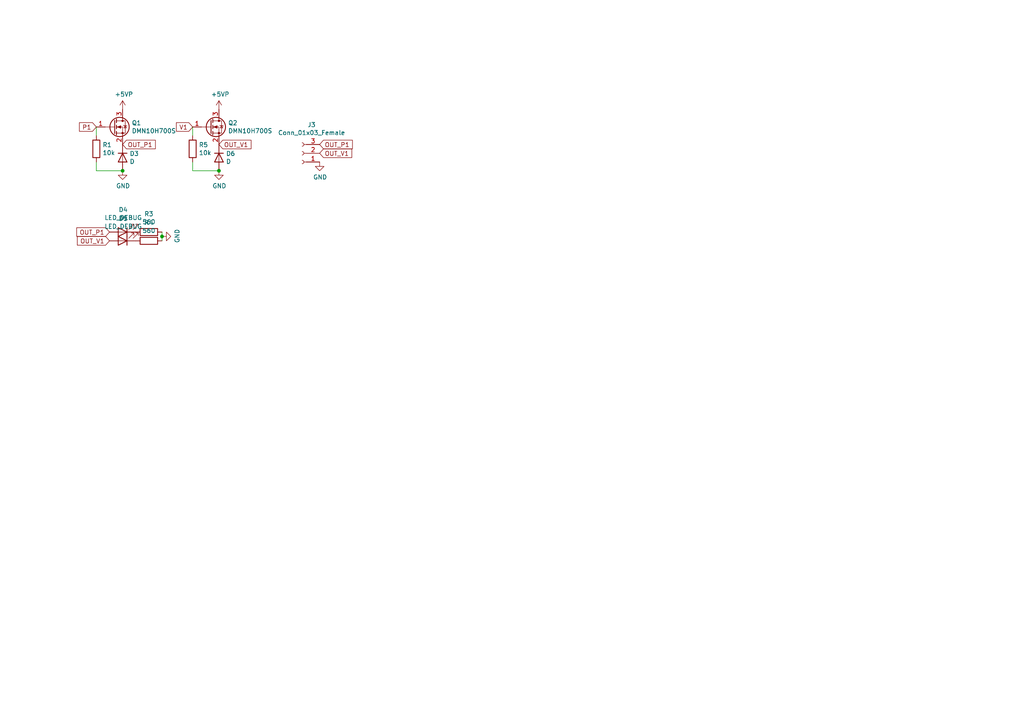
<source format=kicad_sch>
(kicad_sch (version 20211123) (generator eeschema)
  (paper "A4")
  (lib_symbols
    (symbol "Connector:Conn_01x03_Female" (pin_names (offset 1.016) hide)
      (property "Reference" "J" (at 0 5.08 0))
      (property "Value" "Conn_01x03_Female" (at 0 -5.08 0))
      (symbol "Conn_01x03_Female_1_1"
        (arc (start 0 -2.032) (mid -0.508 -2.54) (end 0 -3.048) (stroke (width 0.1524)))
        (polyline (pts (xy -1.27 -2.54) (xy -0.508 -2.54)) (stroke (width 0.1524)))
        (polyline (pts (xy -1.27 0) (xy -0.508 0)) (stroke (width 0.1524)))
        (polyline (pts (xy -1.27 2.54) (xy -0.508 2.54)) (stroke (width 0.1524)))
        (arc (start 0 0.508) (mid -0.508 0) (end 0 -0.508) (stroke (width 0.1524)))
        (arc (start 0 3.048) (mid -0.508 2.54) (end 0 2.032) (stroke (width 0.1524)))
        (pin passive line (at -5.08 2.54 0) (length 3.81) (name "Pin_1") (number "1"))
        (pin passive line (at -5.08 0 0) (length 3.81) (name "Pin_2") (number "2"))
        (pin passive line (at -5.08 -2.54 0) (length 3.81) (name "Pin_3") (number "3"))
      )
    )
    (symbol "Device:D" (pin_numbers hide) (pin_names (offset 1.016) hide)
      (property "Reference" "D" (at 0 2.54 0))
      (property "Value" "D" (at 0 -2.54 0))
      (symbol "D_0_1"
        (polyline (pts (xy -1.27 1.27) (xy -1.27 -1.27)) (stroke (width 0.254)))
        (polyline (pts (xy 1.27 0) (xy -1.27 0)))
        (polyline (pts (xy 1.27 1.27) (xy 1.27 -1.27) (xy -1.27 0) (xy 1.27 1.27)) (stroke (width 0.254)))
      )
      (symbol "D_1_1"
        (pin passive line (at -3.81 0 0) (length 2.54) (name "K") (number "1"))
        (pin passive line (at 3.81 0 180) (length 2.54) (name "A") (number "2"))
      )
    )
    (symbol "Device:LED" (pin_numbers hide) (pin_names (offset 1.016) hide)
      (property "Reference" "D" (at 0 2.54 0))
      (property "Value" "LED" (at 0 -2.54 0))
      (symbol "LED_0_1"
        (polyline (pts (xy -1.27 -1.27) (xy -1.27 1.27)) (stroke (width 0.254)))
        (polyline (pts (xy -1.27 0) (xy 1.27 0)))
        (polyline (pts (xy 1.27 -1.27) (xy 1.27 1.27) (xy -1.27 0) (xy 1.27 -1.27)) (stroke (width 0.254)))
        (polyline (pts (xy -3.048 -0.762) (xy -4.572 -2.286) (xy -3.81 -2.286) (xy -4.572 -2.286) (xy -4.572 -1.524)))
        (polyline (pts (xy -1.778 -0.762) (xy -3.302 -2.286) (xy -2.54 -2.286) (xy -3.302 -2.286) (xy -3.302 -1.524)))
      )
      (symbol "LED_1_1"
        (pin passive line (at -3.81 0 0) (length 2.54) (name "K") (number "1"))
        (pin passive line (at 3.81 0 180) (length 2.54) (name "A") (number "2"))
      )
    )
    (symbol "Device:R" (pin_numbers hide) (pin_names (offset 0))
      (property "Reference" "R" (at 2.032 0 90))
      (property "Value" "R" (at 0 0 90))
      (symbol "R_0_1"
        (rectangle (start -1.016 -2.54) (end 1.016 2.54) (stroke (width 0.254)))
      )
      (symbol "R_1_1"
        (pin passive line (at 0 3.81 270) (length 1.27) (name "~") (number "1"))
        (pin passive line (at 0 -3.81 90) (length 1.27) (name "~") (number "2"))
      )
    )
    (symbol "Transistor_FET:DMN10H700S" (pin_names hide)
      (property "Reference" "Q" (at 5.08 1.905 0))
      (property "Value" "DMN10H700S" (at 5.08 0 0))
      (symbol "DMN10H700S_0_1"
        (polyline (pts (xy 0.254 0) (xy -2.54 0)))
        (polyline (pts (xy 0.254 1.905) (xy 0.254 -1.905)) (stroke (width 0.254)))
        (polyline (pts (xy 0.762 -1.27) (xy 0.762 -2.286)) (stroke (width 0.254)))
        (polyline (pts (xy 0.762 0.508) (xy 0.762 -0.508)) (stroke (width 0.254)))
        (polyline (pts (xy 0.762 2.286) (xy 0.762 1.27)) (stroke (width 0.254)))
        (polyline (pts (xy 2.54 2.54) (xy 2.54 1.778)))
        (polyline (pts (xy 2.54 -2.54) (xy 2.54 0) (xy 0.762 0)))
        (polyline (pts (xy 0.762 -1.778) (xy 3.302 -1.778) (xy 3.302 1.778) (xy 0.762 1.778)))
        (polyline (pts (xy 1.016 0) (xy 2.032 0.381) (xy 2.032 -0.381) (xy 1.016 0)) (fill (type outline)))
        (polyline (pts (xy 2.794 0.508) (xy 2.921 0.381) (xy 3.683 0.381) (xy 3.81 0.254)))
        (polyline (pts (xy 3.302 0.381) (xy 2.921 -0.254) (xy 3.683 -0.254) (xy 3.302 0.381)))
        (circle (center 1.651 0) (radius 2.794) (stroke (width 0.254)))
        (circle (center 2.54 -1.778) (radius 0.254) (fill (type outline)))
        (circle (center 2.54 1.778) (radius 0.254) (fill (type outline)))
      )
      (symbol "DMN10H700S_1_1"
        (pin input line (at -5.08 0 0) (length 2.54) (name "G") (number "1"))
        (pin passive line (at 2.54 -5.08 90) (length 2.54) (name "S") (number "2"))
        (pin passive line (at 2.54 5.08 270) (length 2.54) (name "D") (number "3"))
      )
    )
    (symbol "power:+5VP" (power) (pin_names (offset 0))
      (property "Value" "+5VP" (at 0 3.556 0))
      (symbol "+5VP_0_1"
        (polyline (pts (xy -0.762 1.27) (xy 0 2.54)))
        (polyline (pts (xy 0 0) (xy 0 2.54)))
        (polyline (pts (xy 0 2.54) (xy 0.762 1.27)))
      )
      (symbol "+5VP_1_1"
        (pin power_in line (at 0 0 90) (length 0) hide (name "+5VP") (number "1"))
      )
    )
    (symbol "power:GND" (power) (pin_names (offset 0))
      (property "Value" "GND" (at 0 -3.81 0))
      (symbol "GND_0_1"
        (polyline (pts (xy 0 0) (xy 0 -1.27) (xy 1.27 -1.27) (xy 0 -2.54) (xy -1.27 -1.27) (xy 0 -1.27)))
      )
      (symbol "GND_1_1"
        (pin power_in line (at 0 0 270) (length 0) hide (name "GND") (number "1"))
      )
    )
  )
  (junction (at 35.56 49.53))
  (junction (at 63.5 49.53))
  (junction (at 46.99 68.58))
  (wire (pts (xy 46.99 68.58) (xy 46.99 69.85)))
  (wire (pts (xy 55.88 46.99) (xy 55.88 49.53)))
  (wire (pts (xy 55.88 49.53) (xy 63.5 49.53)))
  (wire (pts (xy 55.88 39.37) (xy 55.88 36.83)))
  (wire (pts (xy 27.94 46.99) (xy 27.94 49.53)))
  (wire (pts (xy 27.94 39.37) (xy 27.94 36.83)))
  (wire (pts (xy 46.99 67.31) (xy 46.99 68.58)))
  (wire (pts (xy 27.94 49.53) (xy 35.56 49.53)))
  (global_label "OUT_P1" (shape input) (at 31.75 67.31 180) (property "Intersheet References" "${INTERSHEET_REFS}" (effects hide)))
  (global_label "OUT_V1" (shape input) (at 63.5 41.91 0) (property "Intersheet References" "${INTERSHEET_REFS}" (effects hide)))
  (global_label "OUT_P1" (shape input) (at 92.71 41.91 0) (property "Intersheet References" "${INTERSHEET_REFS}" (effects hide)))
  (global_label "OUT_V1" (shape input) (at 92.71 44.45 0) (property "Intersheet References" "${INTERSHEET_REFS}" (effects hide)))
  (global_label "OUT_P1" (shape input) (at 35.56 41.91 0) (property "Intersheet References" "${INTERSHEET_REFS}" (effects hide)))
  (global_label "P1" (shape input) (at 27.94 36.83 180) (property "Intersheet References" "${INTERSHEET_REFS}" (effects hide)))
  (global_label "OUT_V1" (shape input) (at 31.75 69.85 180) (property "Intersheet References" "${INTERSHEET_REFS}" (effects hide)))
  (global_label "V1" (shape input) (at 55.88 36.83 180) (property "Intersheet References" "${INTERSHEET_REFS}" (effects hide)))
  (symbol (lib_id "Transistor_FET:DMN10H700S") (at 33.02 36.83 0)
    (property "Reference" "Q1" (at 38.2016 35.6616 0) (effects (justify left)))
    (property "Value" "DMN10H700S" (at 38.2016 37.973 0) (effects (justify left)))
    (property "Footprint" "Package_TO_SOT_SMD:SOT-23" (effects hide))
    (property "Datasheet" "http://www.diodes.com/assets/Datasheets/DMN10H700S.pdf" (effects hide))
  )
  (symbol (lib_id "Device:LED") (at 35.56 67.31 180)
    (property "Reference" "D4" (at 35.7378 60.833 0))
    (property "Value" "LED_DEBUG" (at 35.7378 63.1444 0))
    (property "Footprint" "LED_SMD:LED_0805_2012Metric_Pad1.15x1.40mm_HandSolder" (effects hide))
  )
  (symbol (lib_id "Device:D") (at 63.5 45.72 270)
    (property "Reference" "D6" (at 65.532 44.5516 90) (effects (justify left)))
    (property "Value" "D" (at 65.532 46.863 90) (effects (justify left)))
    (property "Footprint" "Diode_SMD:D_SOD-123" (effects hide))
  )
  (symbol (lib_id "power:GND") (at 63.5 49.53 0)
    (property "Reference" "#PWR021" (effects hide))
    (property "Value" "GND" (at 63.627 53.9242 0))
  )
  (symbol (lib_id "power:GND") (at 35.56 49.53 0)
    (property "Reference" "#PWR018" (effects hide))
    (property "Value" "GND" (at 35.687 53.9242 0))
  )
  (symbol (lib_id "power:+5VP") (at 63.5 31.75 0)
    (property "Reference" "#PWR020" (effects hide))
    (property "Value" "+5VP" (at 63.881 27.3558 0))
  )
  (symbol (lib_id "Connector:Conn_01x03_Female") (at 87.63 44.45 180)
    (property "Reference" "J3" (at 90.3732 36.195 0))
    (property "Value" "Conn_01x03_Female" (at 90.3732 38.5064 0))
    (property "Footprint" "AREA_lib_Connector:Wuerth_2.54mm_3pins_61900311121" (effects hide))
  )
  (symbol (lib_id "Transistor_FET:DMN10H700S") (at 60.96 36.83 0)
    (property "Reference" "Q2" (at 66.1416 35.6616 0) (effects (justify left)))
    (property "Value" "DMN10H700S" (at 66.1416 37.973 0) (effects (justify left)))
    (property "Footprint" "Package_TO_SOT_SMD:SOT-23" (effects hide))
    (property "Datasheet" "http://www.diodes.com/assets/Datasheets/DMN10H700S.pdf" (effects hide))
  )
  (symbol (lib_id "Device:R") (at 43.18 67.31 270)
    (property "Reference" "R3" (at 43.18 62.0522 90))
    (property "Value" "560" (at 43.18 64.3636 90))
    (property "Footprint" "Resistor_SMD:R_0805_2012Metric_Pad1.20x1.40mm_HandSolder" (effects hide))
  )
  (symbol (lib_id "power:GND") (at 46.99 68.58 90)
    (property "Reference" "#PWR019" (effects hide))
    (property "Value" "GND" (at 51.3842 68.453 0))
  )
  (symbol (lib_id "Device:R") (at 55.88 43.18 180)
    (property "Reference" "R5" (at 57.658 42.0116 0) (effects (justify right)))
    (property "Value" "10k" (at 57.658 44.323 0) (effects (justify right)))
    (property "Footprint" "Resistor_SMD:R_0805_2012Metric_Pad1.20x1.40mm_HandSolder" (effects hide))
  )
  (symbol (lib_id "power:+5VP") (at 35.56 31.75 0)
    (property "Reference" "#PWR017" (effects hide))
    (property "Value" "+5VP" (at 35.941 27.3558 0))
  )
  (symbol (lib_id "Device:R") (at 27.94 43.18 180)
    (property "Reference" "R1" (at 29.718 42.0116 0) (effects (justify right)))
    (property "Value" "10k" (at 29.718 44.323 0) (effects (justify right)))
    (property "Footprint" "Resistor_SMD:R_0805_2012Metric_Pad1.20x1.40mm_HandSolder" (effects hide))
  )
  (symbol (lib_id "Device:LED") (at 35.56 69.85 180)
    (property "Reference" "D5" (at 35.7378 63.373 0))
    (property "Value" "LED_DEBUG" (at 35.7378 65.6844 0))
    (property "Footprint" "LED_SMD:LED_0805_2012Metric_Pad1.15x1.40mm_HandSolder" (effects hide))
  )
  (symbol (lib_id "power:GND") (at 92.71 46.99 0)
    (property "Reference" "#PWR022" (effects hide))
    (property "Value" "GND" (at 92.837 51.3842 0))
  )
  (symbol (lib_id "Device:R") (at 43.18 69.85 270)
    (property "Reference" "R4" (at 43.18 64.5922 90))
    (property "Value" "560" (at 43.18 66.9036 90))
    (property "Footprint" "Resistor_SMD:R_0805_2012Metric_Pad1.20x1.40mm_HandSolder" (effects hide))
  )
  (symbol (lib_id "Device:D") (at 35.56 45.72 270)
    (property "Reference" "D3" (at 37.592 44.5516 90) (effects (justify left)))
    (property "Value" "D" (at 37.592 46.863 90) (effects (justify left)))
    (property "Footprint" "Diode_SMD:D_SOD-123" (effects hide))
  )
)
</source>
